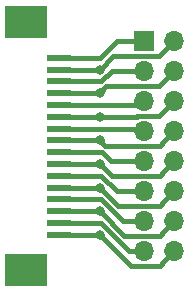
<source format=gbr>
G04 #@! TF.GenerationSoftware,KiCad,Pcbnew,5.1.6*
G04 #@! TF.CreationDate,2020-11-02T21:59:41+01:00*
G04 #@! TF.ProjectId,BL128128,424c3132-3831-4323-982e-6b696361645f,rev?*
G04 #@! TF.SameCoordinates,Original*
G04 #@! TF.FileFunction,Copper,L2,Bot*
G04 #@! TF.FilePolarity,Positive*
%FSLAX46Y46*%
G04 Gerber Fmt 4.6, Leading zero omitted, Abs format (unit mm)*
G04 Created by KiCad (PCBNEW 5.1.6) date 2020-11-02 21:59:41*
%MOMM*%
%LPD*%
G01*
G04 APERTURE LIST*
G04 #@! TA.AperFunction,SMDPad,CuDef*
%ADD10R,3.600000X2.680000*%
G04 #@! TD*
G04 #@! TA.AperFunction,SMDPad,CuDef*
%ADD11R,2.000000X0.610000*%
G04 #@! TD*
G04 #@! TA.AperFunction,ComponentPad*
%ADD12R,1.700000X1.700000*%
G04 #@! TD*
G04 #@! TA.AperFunction,ComponentPad*
%ADD13O,1.700000X1.700000*%
G04 #@! TD*
G04 #@! TA.AperFunction,ViaPad*
%ADD14C,0.800000*%
G04 #@! TD*
G04 #@! TA.AperFunction,Conductor*
%ADD15C,0.400000*%
G04 #@! TD*
G04 APERTURE END LIST*
D10*
X75200000Y-63410000D03*
X75200000Y-84390000D03*
D11*
X78000000Y-66400000D03*
X78000000Y-67400000D03*
X78000000Y-68400000D03*
X78000000Y-69400000D03*
X78000000Y-70400000D03*
X78000000Y-71400000D03*
X78000000Y-72400000D03*
X78000000Y-73400000D03*
X78000000Y-74400000D03*
X78000000Y-75400000D03*
X78000000Y-76400000D03*
X78000000Y-77400000D03*
X78000000Y-78400000D03*
X78000000Y-79400000D03*
X78000000Y-80400000D03*
X78000000Y-81400000D03*
D12*
X85250000Y-65000000D03*
D13*
X87790000Y-65000000D03*
X85250000Y-67540000D03*
X87790000Y-67540000D03*
X85250000Y-70080000D03*
X87790000Y-70080000D03*
X85250000Y-72620000D03*
X87790000Y-72620000D03*
X85250000Y-75160000D03*
X87790000Y-75160000D03*
X85250000Y-77700000D03*
X87790000Y-77700000D03*
X85250000Y-80240000D03*
X87790000Y-80240000D03*
X85250000Y-82780000D03*
X87790000Y-82780000D03*
D14*
X81450000Y-67400000D03*
X81450000Y-73400000D03*
X81450000Y-75400000D03*
X81450000Y-77400000D03*
X81450000Y-79400000D03*
X81450000Y-81400000D03*
X81450000Y-69400000D03*
X81450000Y-71400000D03*
D15*
X78000000Y-66400000D02*
X81500000Y-66400000D01*
X82900000Y-65000000D02*
X85250000Y-65000000D01*
X81500000Y-66400000D02*
X82900000Y-65000000D01*
X86940001Y-65849999D02*
X87790000Y-65000000D01*
X86500001Y-66289999D02*
X86940001Y-65849999D01*
X82560001Y-66289999D02*
X86500001Y-66289999D01*
X81450000Y-67400000D02*
X82560001Y-66289999D01*
X78000000Y-67400000D02*
X81450000Y-67400000D01*
X84047919Y-67540000D02*
X85250000Y-67540000D01*
X82461458Y-67540000D02*
X84047919Y-67540000D01*
X81601458Y-68400000D02*
X82461458Y-67540000D01*
X78000000Y-68400000D02*
X81601458Y-68400000D01*
X86539999Y-73870001D02*
X86940001Y-73469999D01*
X86940001Y-73469999D02*
X87790000Y-72620000D01*
X81920001Y-73870001D02*
X86539999Y-73870001D01*
X81450000Y-73400000D02*
X81920001Y-73870001D01*
X78000000Y-73400000D02*
X81450000Y-73400000D01*
X81634002Y-74400000D02*
X82394002Y-75160000D01*
X84047919Y-75160000D02*
X85250000Y-75160000D01*
X82394002Y-75160000D02*
X84047919Y-75160000D01*
X78000000Y-74400000D02*
X81634002Y-74400000D01*
X86940001Y-76009999D02*
X87790000Y-75160000D01*
X86539999Y-76410001D02*
X86940001Y-76009999D01*
X82460001Y-76410001D02*
X86539999Y-76410001D01*
X81450000Y-75400000D02*
X82460001Y-76410001D01*
X78000000Y-75400000D02*
X81450000Y-75400000D01*
X84047919Y-77700000D02*
X85250000Y-77700000D01*
X82901458Y-77700000D02*
X84047919Y-77700000D01*
X81601458Y-76400000D02*
X82901458Y-77700000D01*
X78000000Y-76400000D02*
X81601458Y-76400000D01*
X86940001Y-78549999D02*
X87790000Y-77700000D01*
X86539999Y-78950001D02*
X86940001Y-78549999D01*
X83000001Y-78950001D02*
X86539999Y-78950001D01*
X81450000Y-77400000D02*
X83000001Y-78950001D01*
X78000000Y-77400000D02*
X81450000Y-77400000D01*
X84047919Y-80240000D02*
X85250000Y-80240000D01*
X81601458Y-78400000D02*
X83441458Y-80240000D01*
X83441458Y-80240000D02*
X84047919Y-80240000D01*
X78000000Y-78400000D02*
X81601458Y-78400000D01*
X86940001Y-81089999D02*
X87790000Y-80240000D01*
X86539999Y-81490001D02*
X86940001Y-81089999D01*
X83540001Y-81490001D02*
X86539999Y-81490001D01*
X81450000Y-79400000D02*
X83540001Y-81490001D01*
X78000000Y-79400000D02*
X81450000Y-79400000D01*
X84047919Y-82780000D02*
X85250000Y-82780000D01*
X83981458Y-82780000D02*
X84047919Y-82780000D01*
X81601458Y-80400000D02*
X83981458Y-82780000D01*
X78000000Y-80400000D02*
X81601458Y-80400000D01*
X86940001Y-83629999D02*
X87790000Y-82780000D01*
X84080001Y-84030001D02*
X86539999Y-84030001D01*
X86539999Y-84030001D02*
X86940001Y-83629999D01*
X81450000Y-81400000D02*
X84080001Y-84030001D01*
X78000000Y-81400000D02*
X81450000Y-81400000D01*
X86940001Y-68389999D02*
X87790000Y-67540000D01*
X86500001Y-68829999D02*
X86940001Y-68389999D01*
X82020001Y-68829999D02*
X86500001Y-68829999D01*
X81450000Y-69400000D02*
X82020001Y-68829999D01*
X78000000Y-69400000D02*
X81450000Y-69400000D01*
X84930000Y-70400000D02*
X85250000Y-70080000D01*
X78000000Y-70400000D02*
X84930000Y-70400000D01*
X86940001Y-70929999D02*
X87790000Y-70080000D01*
X86500001Y-71369999D02*
X86940001Y-70929999D01*
X84649999Y-71369999D02*
X86500001Y-71369999D01*
X84619998Y-71400000D02*
X84649999Y-71369999D01*
X81450000Y-71400000D02*
X84619998Y-71400000D01*
X78000000Y-71400000D02*
X81450000Y-71400000D01*
X85030000Y-72400000D02*
X85250000Y-72620000D01*
X78000000Y-72400000D02*
X85030000Y-72400000D01*
M02*

</source>
